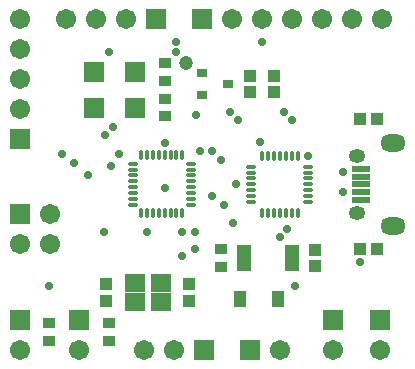
<source format=gts>
G04 Layer_Color=8388736*
%FSLAX44Y44*%
%MOMM*%
G71*
G01*
G75*
%ADD41R,1.6900X1.4900*%
%ADD42R,1.1172X1.4222*%
%ADD43R,1.1032X1.0032*%
%ADD44R,1.0032X1.1032*%
%ADD45R,1.2032X2.2032*%
%ADD46R,1.1032X0.9032*%
%ADD47R,1.7032X1.7032*%
%ADD48R,1.4900X0.5400*%
%ADD49O,0.9900X0.3400*%
%ADD50O,0.3400X0.9900*%
%ADD51R,0.9532X0.8032*%
%ADD52O,0.8400X0.3900*%
%ADD53O,0.3900X0.8400*%
%ADD54R,1.7032X1.7032*%
%ADD55C,1.7032*%
%ADD56O,2.1400X1.4900*%
%ADD57O,1.3900X1.1900*%
%ADD58C,0.7032*%
%ADD59C,1.2032*%
D41*
X117080Y60560D02*
D03*
X117080Y76560D02*
D03*
X139080Y60560D02*
D03*
X139080Y76560D02*
D03*
D42*
X206117Y62500D02*
D03*
X238883D02*
D03*
D43*
X163080Y61560D02*
D03*
X163080Y75560D02*
D03*
X93080Y61560D02*
D03*
X93080Y75560D02*
D03*
X235000Y252000D02*
D03*
Y238000D02*
D03*
X215000Y252000D02*
D03*
Y238000D02*
D03*
X270000Y90500D02*
D03*
Y104500D02*
D03*
D44*
X308000Y215000D02*
D03*
X322000D02*
D03*
X308000Y105000D02*
D03*
X322000D02*
D03*
D45*
X210000Y97500D02*
D03*
X250000Y97500D02*
D03*
D46*
X190000Y90000D02*
D03*
X190000Y105000D02*
D03*
X142500Y247500D02*
D03*
Y262500D02*
D03*
Y217500D02*
D03*
Y232500D02*
D03*
X45000Y42500D02*
D03*
X45000Y27500D02*
D03*
X95000Y42500D02*
D03*
Y27500D02*
D03*
D47*
X117500Y225000D02*
D03*
X82500D02*
D03*
X117500Y255000D02*
D03*
X82500Y255000D02*
D03*
X215000Y20000D02*
D03*
X175800D02*
D03*
X135000Y300000D02*
D03*
X173800Y300000D02*
D03*
D48*
X308750Y173000D02*
D03*
Y166500D02*
D03*
Y160000D02*
D03*
Y153500D02*
D03*
Y147000D02*
D03*
D49*
X264250Y145000D02*
D03*
Y150000D02*
D03*
X264250Y155000D02*
D03*
X264250Y160000D02*
D03*
Y165000D02*
D03*
X264250Y170000D02*
D03*
X264250Y175000D02*
D03*
X215750D02*
D03*
X215750Y170000D02*
D03*
X215750Y165000D02*
D03*
X215750Y160000D02*
D03*
X215750Y155000D02*
D03*
X215750Y150000D02*
D03*
Y145000D02*
D03*
D50*
X255000Y184250D02*
D03*
X250000Y184250D02*
D03*
X245000D02*
D03*
X240000D02*
D03*
X235000Y184250D02*
D03*
X230000Y184250D02*
D03*
X225000Y184250D02*
D03*
Y135750D02*
D03*
X230000D02*
D03*
X235000Y135750D02*
D03*
X240000Y135750D02*
D03*
X245000D02*
D03*
X250000Y135750D02*
D03*
X255000Y135750D02*
D03*
D51*
X174000Y254500D02*
D03*
Y235500D02*
D03*
X196000Y245000D02*
D03*
D52*
X115500Y142500D02*
D03*
X115500Y147500D02*
D03*
X115500Y152500D02*
D03*
X115500Y157500D02*
D03*
X115500Y162500D02*
D03*
X115500Y167500D02*
D03*
Y172500D02*
D03*
X115500Y177500D02*
D03*
X164500D02*
D03*
X164500Y172500D02*
D03*
X164500Y167500D02*
D03*
X164500Y162500D02*
D03*
Y157500D02*
D03*
X164500Y152500D02*
D03*
X164500Y147500D02*
D03*
X164500Y142500D02*
D03*
D53*
X122500Y184500D02*
D03*
X127500Y184500D02*
D03*
X132500Y184500D02*
D03*
X137500Y184500D02*
D03*
X142500Y184500D02*
D03*
X147500Y184500D02*
D03*
X152500Y184500D02*
D03*
X157500Y184500D02*
D03*
Y135500D02*
D03*
X152500D02*
D03*
X147500D02*
D03*
X142500Y135500D02*
D03*
X137500Y135500D02*
D03*
X132500Y135500D02*
D03*
X127500Y135500D02*
D03*
X122500Y135500D02*
D03*
D54*
X325000Y45400D02*
D03*
X285000D02*
D03*
X70000D02*
D03*
X20000Y45000D02*
D03*
X20000Y198400D02*
D03*
X20000Y135000D02*
D03*
D55*
X325000Y20000D02*
D03*
X285000D02*
D03*
X240400D02*
D03*
X150400D02*
D03*
X125000D02*
D03*
X70000D02*
D03*
X20000Y19600D02*
D03*
Y300000D02*
D03*
Y274600D02*
D03*
Y249200D02*
D03*
X20000Y223800D02*
D03*
X58800Y300000D02*
D03*
X84200D02*
D03*
X109600D02*
D03*
X326200Y300000D02*
D03*
X300800Y300000D02*
D03*
X275400Y300000D02*
D03*
X250000Y300000D02*
D03*
X199200D02*
D03*
X224600Y300000D02*
D03*
X45400Y109600D02*
D03*
X20000D02*
D03*
X45400Y135000D02*
D03*
D56*
X335500Y195125D02*
D03*
Y124875D02*
D03*
D57*
X305500Y184250D02*
D03*
Y135750D02*
D03*
D58*
X139080Y76560D02*
D03*
X157480Y99060D02*
D03*
X95250Y271780D02*
D03*
X168910Y218440D02*
D03*
X203200Y160020D02*
D03*
X99060Y208280D02*
D03*
X182880Y187960D02*
D03*
X172720D02*
D03*
X190500Y180340D02*
D03*
X264160Y184250D02*
D03*
X200660Y127000D02*
D03*
X198120Y220980D02*
D03*
X204280Y214440D02*
D03*
X250000D02*
D03*
X243840Y220980D02*
D03*
X193040Y142240D02*
D03*
X182880Y149960D02*
D03*
X92140Y201580D02*
D03*
X223520Y195580D02*
D03*
X142500Y195320D02*
D03*
X224790Y280670D02*
D03*
X168540Y105040D02*
D03*
X104140Y185420D02*
D03*
X142500Y157220D02*
D03*
X97385Y175260D02*
D03*
X246380Y121920D02*
D03*
X168540Y119380D02*
D03*
X157480D02*
D03*
X127500D02*
D03*
X45000Y73660D02*
D03*
X91440Y119380D02*
D03*
X240000Y115600D02*
D03*
X308000Y93980D02*
D03*
X66040Y177800D02*
D03*
X55880Y185420D02*
D03*
X293370Y170180D02*
D03*
Y153670D02*
D03*
X152400Y280670D02*
D03*
Y271780D02*
D03*
X253160Y73660D02*
D03*
X77470Y167640D02*
D03*
D59*
X160768Y262500D02*
D03*
M02*

</source>
